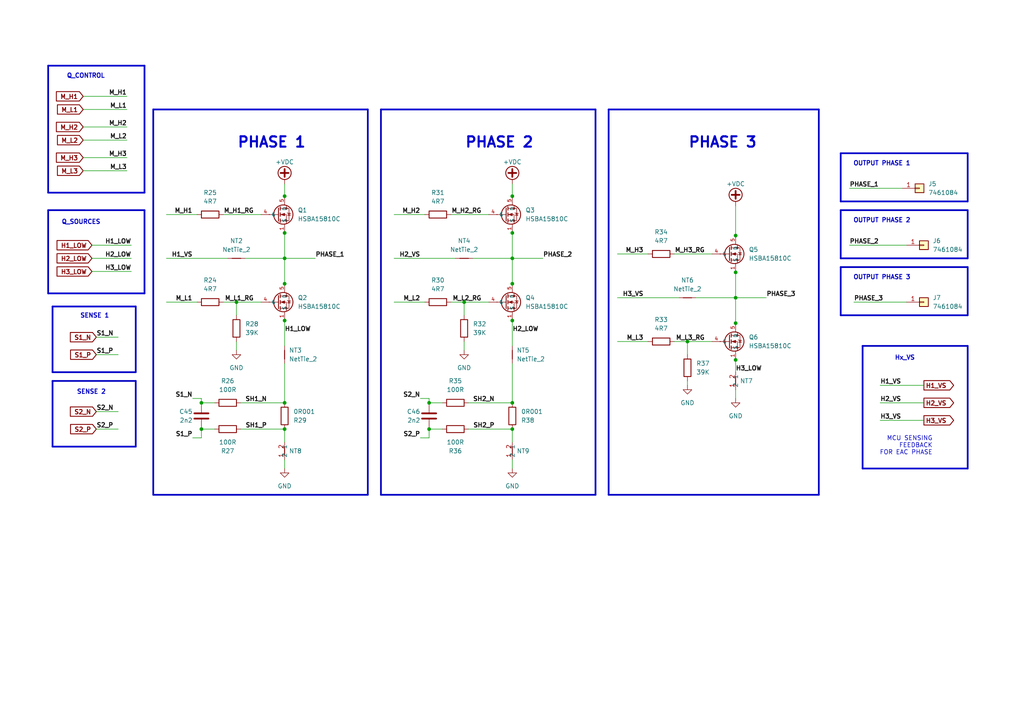
<source format=kicad_sch>
(kicad_sch (version 20231120) (generator "eeschema") (generator_version "8.0")
  (paper "A4")
  (lib_symbols
    (symbol "Connector_Generic:Conn_01x01" (pin_names (offset 1.016) hide)
      (property "Reference" "J" (at 0 2.54 0))
      (property "Value" "Conn_01x01" (at 0 -2.54 0))
      (symbol "Conn_01x01_1_1"
        (rectangle (start -1.27 0.127) (end 0 -0.127) (stroke (width 0.1524)))
        (rectangle (start -1.27 1.27) (end 1.27 -1.27) (stroke (width 0.254)) (fill (type background)))
        (pin passive line (at -5.08 0 0) (length 3.81) (name "Pin_1") (number "1"))
      )
    )
    (symbol "DF_ESC_Symbol_Library:HSBA15810C"
      (property "Reference" "Q" (at 9.144 0.508 0))
      (property "Value" "HSBA15810C" (at 0 12.7 0))
      (symbol "HSBA15810C_0_0"
        (pin passive line (at 0 -5.334 90) (length 2.54) (name "S") (number "1"))
        (pin passive line (at 0 -5.334 90) (length 2.54) hide (name "S") (number "2"))
        (pin passive line (at 0 -5.334 90) (length 2.54) hide (name "S") (number "3"))
        (pin passive line (at -6.858 0 0) (length 2.54) (name "G") (number "4"))
        (pin passive line (at 0 5.334 270) (length 2.54) (name "D") (number "5"))
        (pin passive line (at 0 5.334 270) (length 2.54) hide (name "D") (number "6"))
        (pin passive line (at 0 5.334 270) (length 2.54) hide (name "D") (number "7"))
        (pin passive line (at 0 5.334 270) (length 2.54) hide (name "D") (number "8"))
        (pin passive line (at 0 5.334 270) (length 2.54) hide (name "D") (number "9"))
      )
      (symbol "HSBA15810C_0_1"
        (circle (center -0.381 0) (radius 2.794) (stroke (width 0.254)))
        (polyline (pts (xy -1.778 0) (xy -4.572 0)))
        (polyline (pts (xy -1.778 1.905) (xy -1.778 -1.905)) (stroke (width 0.254)))
        (polyline (pts (xy -1.27 -1.27) (xy -1.27 -2.286)) (stroke (width 0.254)))
        (polyline (pts (xy -1.27 0.508) (xy -1.27 -0.508)) (stroke (width 0.254)))
        (polyline (pts (xy -1.27 2.286) (xy -1.27 1.27)) (stroke (width 0.254)))
        (polyline (pts (xy 0.508 2.54) (xy 0.508 1.778)))
        (polyline (pts (xy 0.508 -2.54) (xy 0.508 0) (xy -1.27 0)))
        (polyline (pts (xy -1.27 -1.778) (xy 1.27 -1.778) (xy 1.27 1.778) (xy -1.27 1.778)))
        (polyline (pts (xy -1.016 0) (xy 0 0.381) (xy 0 -0.381) (xy -1.016 0)) (fill (type outline)))
        (polyline (pts (xy 0.762 0.508) (xy 0.889 0.381) (xy 1.651 0.381) (xy 1.778 0.254)))
        (polyline (pts (xy 1.27 0.381) (xy 0.889 -0.254) (xy 1.651 -0.254) (xy 1.27 0.381)))
        (circle (center 0.508 -1.778) (radius 0.254) (fill (type outline)))
        (circle (center 0.508 1.778) (radius 0.254) (fill (type outline)))
      )
    )
    (symbol "DF_ESC_Symbol_Library:Net_Tie_PWR"
      (property "Reference" "NT" (at 0 2.794 0))
      (symbol "Net_Tie_PWR_0_1"
        (polyline (pts (xy -1.27 0) (xy 1.27 0)) (stroke (width 0.254)))
      )
      (symbol "Net_Tie_PWR_1_1"
        (pin passive line (at -2.54 0 0) (length 2.54) (name "1") (number "1"))
        (pin passive line (at 2.54 0 180) (length 2.54) (name "2") (number "2"))
      )
    )
    (symbol "Device:C" (pin_numbers hide) (pin_names (offset 0.254))
      (property "Reference" "C" (at 0.635 2.54 0))
      (property "Value" "C" (at 0.635 -2.54 0))
      (symbol "C_0_1"
        (polyline (pts (xy -2.032 -0.762) (xy 2.032 -0.762)) (stroke (width 0.508)))
        (polyline (pts (xy -2.032 0.762) (xy 2.032 0.762)) (stroke (width 0.508)))
      )
      (symbol "C_1_1"
        (pin passive line (at 0 3.81 270) (length 2.794) (name "~") (number "1"))
        (pin passive line (at 0 -3.81 90) (length 2.794) (name "~") (number "2"))
      )
    )
    (symbol "Device:NetTie_2" (pin_numbers hide) (pin_names (offset 0) hide) (in_bom no)
      (property "Reference" "NT" (at 0 1.27 0))
      (property "Value" "NetTie_2" (at 0 -1.27 0))
      (symbol "NetTie_2_0_1"
        (polyline (pts (xy -1.27 0) (xy 1.27 0)) (stroke (width 0.254)))
      )
      (symbol "NetTie_2_1_1"
        (pin passive line (at -2.54 0 0) (length 2.54) (name "1") (number "1"))
        (pin passive line (at 2.54 0 180) (length 2.54) (name "2") (number "2"))
      )
    )
    (symbol "Device:R" (pin_numbers hide) (pin_names (offset 0))
      (property "Reference" "R" (at 2.032 0 90))
      (property "Value" "R" (at 0 0 90))
      (symbol "R_0_1"
        (rectangle (start -1.016 -2.54) (end 1.016 2.54) (stroke (width 0.254)))
      )
      (symbol "R_1_1"
        (pin passive line (at 0 3.81 270) (length 1.27) (name "~") (number "1"))
        (pin passive line (at 0 -3.81 90) (length 1.27) (name "~") (number "2"))
      )
    )
    (symbol "power:+VDC" (power) (pin_names (offset 0))
      (property "Value" "+VDC" (at 0 6.35 0))
      (symbol "+VDC_0_1"
        (polyline (pts (xy -1.143 3.175) (xy 1.143 3.175)) (stroke (width 0.508)))
        (polyline (pts (xy 0 0) (xy 0 1.27)))
        (polyline (pts (xy 0 2.032) (xy 0 4.318)) (stroke (width 0.508)))
        (circle (center 0 3.175) (radius 1.905) (stroke (width 0.254)))
      )
      (symbol "+VDC_1_1"
        (pin power_in line (at 0 0 90) (length 0) hide (name "+VDC") (number "1"))
      )
    )
    (symbol "power:GND" (power) (pin_names (offset 0))
      (property "Value" "GND" (at 0 -3.81 0))
      (symbol "GND_0_1"
        (polyline (pts (xy 0 0) (xy 0 -1.27) (xy 1.27 -1.27) (xy 0 -2.54) (xy -1.27 -1.27) (xy 0 -1.27)))
      )
      (symbol "GND_1_1"
        (pin power_in line (at 0 0 270) (length 0) hide (name "GND") (number "1"))
      )
    )
  )
  (junction (at 82.55 67.564))
  (junction (at 124.46 116.84))
  (junction (at 148.59 116.84))
  (junction (at 199.39 99.06))
  (junction (at 82.55 82.296))
  (junction (at 124.46 124.46))
  (junction (at 148.59 74.93))
  (junction (at 213.36 78.994))
  (junction (at 148.59 56.896))
  (junction (at 82.55 124.46))
  (junction (at 148.59 124.46))
  (junction (at 58.42 116.84))
  (junction (at 213.36 86.36))
  (junction (at 68.58 87.63))
  (junction (at 213.36 68.326))
  (junction (at 82.55 92.964))
  (junction (at 58.42 124.46))
  (junction (at 134.62 87.63))
  (junction (at 82.55 74.93))
  (junction (at 82.55 56.896))
  (junction (at 213.36 93.726))
  (junction (at 82.55 116.84))
  (junction (at 213.36 104.394))
  (junction (at 148.59 67.564))
  (junction (at 148.59 82.296))
  (junction (at 148.59 92.964))
  (wire (pts (xy 58.42 116.84) (xy 62.23 116.84)))
  (wire (pts (xy 68.58 87.63) (xy 75.692 87.63)))
  (wire (pts (xy 82.55 74.93) (xy 91.44 74.93)))
  (wire (pts (xy 82.55 67.31) (xy 82.55 67.564)))
  (polyline (pts (xy 280.67 44.45) (xy 280.67 58.42)) (stroke (width 0.5)))
  (wire (pts (xy 246.38 71.12) (xy 262.89 71.12)))
  (wire (pts (xy 34.29 119.38) (xy 27.94 119.38)))
  (wire (pts (xy 213.36 113.03) (xy 213.36 115.57)))
  (wire (pts (xy 34.29 124.46) (xy 27.94 124.46)))
  (wire (pts (xy 71.12 74.93) (xy 82.55 74.93)))
  (wire (pts (xy 68.58 87.63) (xy 68.58 91.44)))
  (polyline (pts (xy 280.67 100.33) (xy 280.67 135.89)) (stroke (width 0.5)))
  (wire (pts (xy 48.26 87.63) (xy 57.15 87.63)))
  (polyline (pts (xy 39.37 110.49) (xy 15.24 110.49)) (stroke (width 0.5)))
  (polyline (pts (xy 237.49 31.75) (xy 237.49 143.51)) (stroke (width 0.5)))
  (wire (pts (xy 121.92 127) (xy 124.46 127)))
  (wire (pts (xy 148.59 105.41) (xy 148.59 116.84)))
  (wire (pts (xy 34.29 102.87) (xy 27.94 102.87)))
  (wire (pts (xy 82.55 92.964) (xy 82.55 100.33)))
  (wire (pts (xy 55.88 115.57) (xy 58.42 115.57)))
  (wire (pts (xy 69.85 116.84) (xy 82.55 116.84)))
  (wire (pts (xy 213.36 86.36) (xy 222.25 86.36)))
  (wire (pts (xy 246.38 54.61) (xy 261.62 54.61)))
  (polyline (pts (xy 39.37 110.49) (xy 39.37 129.54)) (stroke (width 0.5)))
  (polyline (pts (xy 110.49 143.51) (xy 172.72 143.51)) (stroke (width 0.5)))
  (wire (pts (xy 69.85 124.46) (xy 82.55 124.46)))
  (polyline (pts (xy 39.37 88.9) (xy 39.37 107.95)) (stroke (width 0.5)))
  (polyline (pts (xy 243.84 74.93) (xy 280.67 74.93)) (stroke (width 0.5)))
  (polyline (pts (xy 13.97 55.88) (xy 41.91 55.88)) (stroke (width 0.5)))
  (polyline (pts (xy 243.84 91.44) (xy 280.67 91.44)) (stroke (width 0.5)))
  (wire (pts (xy 179.07 99.06) (xy 187.96 99.06)))
  (wire (pts (xy 130.81 62.23) (xy 141.732 62.23)))
  (wire (pts (xy 199.39 110.49) (xy 199.39 111.76)))
  (polyline (pts (xy 15.24 129.54) (xy 39.37 129.54)) (stroke (width 0.5)))
  (wire (pts (xy 134.62 87.63) (xy 134.62 91.44)))
  (wire (pts (xy 24.13 36.83) (xy 36.83 36.83)))
  (polyline (pts (xy 13.97 85.09) (xy 13.97 60.96)) (stroke (width 0.5)))
  (wire (pts (xy 148.59 124.46) (xy 148.59 128.27)))
  (wire (pts (xy 148.59 74.93) (xy 148.59 82.296)))
  (wire (pts (xy 48.26 62.23) (xy 57.15 62.23)))
  (polyline (pts (xy 15.24 107.95) (xy 39.37 107.95)) (stroke (width 0.5)))
  (polyline (pts (xy 250.19 135.89) (xy 250.19 100.33)) (stroke (width 0.5)))
  (wire (pts (xy 82.55 124.46) (xy 82.55 128.27)))
  (wire (pts (xy 48.26 74.93) (xy 66.04 74.93)))
  (polyline (pts (xy 106.68 31.75) (xy 44.45 31.75)) (stroke (width 0.5)))
  (wire (pts (xy 135.89 116.84) (xy 148.59 116.84)))
  (polyline (pts (xy 41.91 19.05) (xy 41.91 55.88)) (stroke (width 0.5)))
  (wire (pts (xy 58.42 124.46) (xy 62.23 124.46)))
  (wire (pts (xy 64.77 87.63) (xy 68.58 87.63)))
  (wire (pts (xy 148.59 92.964) (xy 148.59 100.33)))
  (wire (pts (xy 24.13 27.94) (xy 36.83 27.94)))
  (wire (pts (xy 58.42 115.57) (xy 58.42 116.84)))
  (wire (pts (xy 114.3 62.23) (xy 123.19 62.23)))
  (wire (pts (xy 130.81 87.63) (xy 134.62 87.63)))
  (wire (pts (xy 26.67 78.74) (xy 38.1 78.74)))
  (polyline (pts (xy 243.84 58.42) (xy 243.84 44.45)) (stroke (width 0.5)))
  (wire (pts (xy 58.42 127) (xy 58.42 124.46)))
  (wire (pts (xy 195.58 73.66) (xy 206.502 73.66)))
  (wire (pts (xy 213.36 68.326) (xy 213.36 68.58)))
  (wire (pts (xy 82.55 67.564) (xy 82.55 74.93)))
  (polyline (pts (xy 44.45 143.51) (xy 44.45 31.75)) (stroke (width 0.5)))
  (wire (pts (xy 124.46 115.57) (xy 124.46 116.84)))
  (wire (pts (xy 199.39 99.06) (xy 206.502 99.06)))
  (polyline (pts (xy 15.24 129.54) (xy 15.24 110.49)) (stroke (width 0.5)))
  (polyline (pts (xy 243.84 91.44) (xy 243.84 77.47)) (stroke (width 0.5)))
  (wire (pts (xy 34.29 97.79) (xy 27.94 97.79)))
  (wire (pts (xy 148.59 67.564) (xy 148.59 74.93)))
  (wire (pts (xy 213.36 104.14) (xy 213.36 104.394)))
  (polyline (pts (xy 41.91 60.96) (xy 13.97 60.96)) (stroke (width 0.5)))
  (wire (pts (xy 213.36 93.726) (xy 213.36 93.98)))
  (wire (pts (xy 267.97 111.76) (xy 255.27 111.76)))
  (wire (pts (xy 82.55 82.296) (xy 82.55 82.55)))
  (wire (pts (xy 124.46 127) (xy 124.46 124.46)))
  (wire (pts (xy 82.55 133.35) (xy 82.55 135.89)))
  (polyline (pts (xy 172.72 31.75) (xy 110.49 31.75)) (stroke (width 0.5)))
  (wire (pts (xy 82.55 105.41) (xy 82.55 116.84)))
  (wire (pts (xy 201.93 86.36) (xy 213.36 86.36)))
  (wire (pts (xy 134.62 87.63) (xy 141.732 87.63)))
  (polyline (pts (xy 176.53 143.51) (xy 237.49 143.51)) (stroke (width 0.5)))
  (wire (pts (xy 213.36 78.994) (xy 213.36 86.36)))
  (wire (pts (xy 213.36 86.36) (xy 213.36 93.726)))
  (wire (pts (xy 82.55 53.34) (xy 82.55 56.896)))
  (polyline (pts (xy 15.24 107.95) (xy 15.24 88.9)) (stroke (width 0.5)))
  (wire (pts (xy 267.97 116.84) (xy 255.27 116.84)))
  (polyline (pts (xy 280.67 44.45) (xy 243.84 44.45)) (stroke (width 0.5)))
  (polyline (pts (xy 250.19 135.89) (xy 280.67 135.89)) (stroke (width 0.5)))
  (wire (pts (xy 24.13 31.75) (xy 36.83 31.75)))
  (wire (pts (xy 179.07 86.36) (xy 196.85 86.36)))
  (polyline (pts (xy 41.91 19.05) (xy 13.97 19.05)) (stroke (width 0.5)))
  (wire (pts (xy 148.59 82.296) (xy 148.59 82.55)))
  (wire (pts (xy 55.88 127) (xy 58.42 127)))
  (polyline (pts (xy 44.45 143.51) (xy 106.68 143.51)) (stroke (width 0.5)))
  (polyline (pts (xy 13.97 55.88) (xy 13.97 19.05)) (stroke (width 0.5)))
  (wire (pts (xy 195.58 99.06) (xy 199.39 99.06)))
  (wire (pts (xy 267.97 121.92) (xy 255.27 121.92)))
  (polyline (pts (xy 243.84 74.93) (xy 243.84 60.96)) (stroke (width 0.5)))
  (wire (pts (xy 148.59 67.31) (xy 148.59 67.564)))
  (wire (pts (xy 213.36 104.394) (xy 213.36 107.95)))
  (wire (pts (xy 137.16 74.93) (xy 148.59 74.93)))
  (wire (pts (xy 68.58 99.06) (xy 68.58 101.6)))
  (wire (pts (xy 179.07 73.66) (xy 187.96 73.66)))
  (wire (pts (xy 199.39 99.06) (xy 199.39 102.87)))
  (wire (pts (xy 148.59 92.71) (xy 148.59 92.964)))
  (wire (pts (xy 148.59 74.93) (xy 157.48 74.93)))
  (wire (pts (xy 114.3 74.93) (xy 132.08 74.93)))
  (polyline (pts (xy 172.72 31.75) (xy 172.72 143.51)) (stroke (width 0.5)))
  (wire (pts (xy 26.67 74.93) (xy 38.1 74.93)))
  (wire (pts (xy 135.89 124.46) (xy 148.59 124.46)))
  (wire (pts (xy 124.46 116.84) (xy 128.27 116.84)))
  (polyline (pts (xy 280.67 60.96) (xy 280.67 74.93)) (stroke (width 0.5)))
  (wire (pts (xy 64.77 62.23) (xy 75.692 62.23)))
  (wire (pts (xy 134.62 99.06) (xy 134.62 101.6)))
  (wire (pts (xy 82.55 56.896) (xy 82.55 57.15)))
  (wire (pts (xy 24.13 40.64) (xy 36.83 40.64)))
  (wire (pts (xy 213.36 59.69) (xy 213.36 68.326)))
  (polyline (pts (xy 39.37 88.9) (xy 15.24 88.9)) (stroke (width 0.5)))
  (wire (pts (xy 213.36 78.74) (xy 213.36 78.994)))
  (wire (pts (xy 148.59 53.34) (xy 148.59 56.896)))
  (wire (pts (xy 124.46 124.46) (xy 128.27 124.46)))
  (wire (pts (xy 82.55 74.93) (xy 82.55 82.296)))
  (polyline (pts (xy 280.67 77.47) (xy 243.84 77.47)) (stroke (width 0.5)))
  (wire (pts (xy 24.13 45.72) (xy 36.83 45.72)))
  (polyline (pts (xy 106.68 31.75) (xy 106.68 143.51)) (stroke (width 0.5)))
  (wire (pts (xy 24.13 49.53) (xy 36.83 49.53)))
  (wire (pts (xy 26.67 71.12) (xy 38.1 71.12)))
  (polyline (pts (xy 110.49 143.51) (xy 110.49 31.75)) (stroke (width 0.5)))
  (polyline (pts (xy 41.91 60.96) (xy 41.91 85.09)) (stroke (width 0.5)))
  (wire (pts (xy 148.59 133.35) (xy 148.59 135.89)))
  (wire (pts (xy 247.65 87.63) (xy 262.89 87.63)))
  (polyline (pts (xy 280.67 60.96) (xy 243.84 60.96)) (stroke (width 0.5)))
  (polyline (pts (xy 13.97 85.09) (xy 41.91 85.09)) (stroke (width 0.5)))
  (wire (pts (xy 148.59 56.896) (xy 148.59 57.15)))
  (polyline (pts (xy 243.84 58.42) (xy 280.67 58.42)) (stroke (width 0.5)))
  (polyline (pts (xy 176.53 143.51) (xy 176.53 31.75)) (stroke (width 0.5)))
  (polyline (pts (xy 237.49 31.75) (xy 176.53 31.75)) (stroke (width 0.5)))
  (wire (pts (xy 82.55 92.71) (xy 82.55 92.964)))
  (polyline (pts (xy 280.67 100.33) (xy 250.19 100.33)) (stroke (width 0.5)))
  (polyline (pts (xy 280.67 77.47) (xy 280.67 91.44)) (stroke (width 0.5)))
  (wire (pts (xy 121.92 115.57) (xy 124.46 115.57)))
  (wire (pts (xy 114.3 87.63) (xy 123.19 87.63)))
  (text "OUTPUT PHASE 1\n" (at 264.16 48.26 0) (effects (font (size 1.27 1.27) (bold yes)) (justify right bottom)))
  (text "Q_SOURCES\n\n" (at 29.21 67.31 0) (effects (font (size 1.27 1.27) (bold yes)) (justify right bottom)))
  (text "PHASE 1" (at 88.9 43.18 0) (effects (font (size 3 3) (bold yes)) (justify right bottom)))
  (text "PHASE 2" (at 154.94 43.18 0) (effects (font (size 3 3) (bold yes)) (justify right bottom)))
  (text "OUTPUT PHASE 3\n" (at 264.16 81.28 0) (effects (font (size 1.27 1.27) (bold yes)) (justify right bottom)))
  (text "Hx_VS\n\n" (at 265.43 106.68 0) (effects (font (size 1.27 1.27) (bold yes)) (justify right bottom)))
  (text "SENSE 1\n\n\n" (at 31.75 96.52 0) (effects (font (size 1.27 1.27) (bold yes)) (justify right bottom)))
  (text "Q_CONTROL\n" (at 30.48 22.86 0) (effects (font (size 1.27 1.27) (bold yes)) (justify right bottom)))
  (text "SENSE 2 \n\n\n\n" (at 31.75 120.65 0) (effects (font (size 1.27 1.27) (bold yes)) (justify right bottom)))
  (text "OUTPUT PHASE 2" (at 264.16 64.77 0) (effects (font (size 1.27 1.27) (bold yes)) (justify right bottom)))
  (text "MCU SENSING\nFEEDBACK\nFOR EAC PHASE" (at 270.51 132.08 0) (effects (font (size 1.27 1.27)) (justify right bottom)))
  (text "PHASE 3" (at 219.71 43.18 0) (effects (font (size 3 3) (bold yes)) (justify right bottom)))
  (label "M_L2" (at 121.92 87.63 180) (effects (font (bold yes))))
  (label "M_L3_RG" (at 204.47 99.06 180) (effects (font (bold yes))))
  (label "SH2_P" (at 143.51 124.46 180) (effects (font (bold yes))))
  (label "PHASE_2" (at 246.38 71.12 0) (effects (font (bold yes))))
  (label "S2_N" (at 121.92 115.57 180) (effects (font (bold yes))))
  (label "PHASE_1" (at 246.38 54.61 0) (effects (font (bold yes))))
  (label "M_L1" (at 55.88 87.63 180) (effects (font (bold yes))))
  (label "M_H2" (at 121.92 62.23 180) (effects (font (bold yes))))
  (label "S1_N" (at 55.88 115.57 180) (effects (font (bold yes))))
  (label "SH2_N" (at 143.51 116.84 180) (effects (font (bold yes))))
  (label "PHASE_3" (at 247.65 87.63 0) (effects (font (bold yes))))
  (label "M_H1" (at 55.88 62.23 180) (effects (font (bold yes))))
  (label "H1_LOW" (at 82.55 96.52 0) (effects (font (bold yes))))
  (label "S2_P" (at 27.94 124.46 0) (effects (font (bold yes))))
  (label "H1_LOW" (at 38.1 71.12 180) (effects (font (bold yes))))
  (label "M_H1" (at 36.83 27.94 180) (effects (font (bold yes))))
  (label "S1_P" (at 27.94 102.87 0) (effects (font (bold yes))))
  (label "M_L3" (at 186.69 99.06 180) (effects (font (bold yes))))
  (label "M_L1" (at 36.83 31.75 180) (effects (font (bold yes))))
  (label "M_L2_RG" (at 139.7 87.63 180) (effects (font (bold yes))))
  (label "H2_LOW" (at 38.1 74.93 180) (effects (font (bold yes))))
  (label "H3_LOW" (at 213.36 107.95 0) (effects (font (bold yes))))
  (label "S2_P" (at 121.92 127 180) (effects (font (bold yes))))
  (label "H3_LOW" (at 38.1 78.74 180) (effects (font (bold yes))))
  (label "PHASE_3" (at 222.25 86.36 0) (effects (font (thickness 0.254) (bold yes))))
  (label "M_H3_RG" (at 204.47 73.66 180) (effects (font (bold yes))))
  (label "M_L1_RG" (at 73.66 87.63 180) (effects (font (bold yes))))
  (label "SH1_N" (at 77.47 116.84 180) (effects (font (bold yes))))
  (label "H1_VS" (at 255.27 111.76 0) (effects (font (bold yes))))
  (label "H2_LOW" (at 148.59 96.52 0) (effects (font (bold yes))))
  (label "H3_VS" (at 186.69 86.36 180) (effects (font (bold yes))))
  (label "M_H3" (at 186.69 73.66 180) (effects (font (bold yes))))
  (label "M_L3" (at 36.83 49.53 180) (effects (font (bold yes))))
  (label "M_H2" (at 36.83 36.83 180) (effects (font (bold yes))))
  (label "H2_VS" (at 121.92 74.93 180) (effects (font (bold yes))))
  (label "PHASE_1" (at 91.44 74.93 0) (effects (font (thickness 0.254) (bold yes))))
  (label "SH1_P" (at 77.47 124.46 180) (effects (font (bold yes))))
  (label "M_H2_RG" (at 139.7 62.23 180) (effects (font (bold yes))))
  (label "PHASE_2" (at 157.48 74.93 0) (effects (font (thickness 0.254) (bold yes))))
  (label "H2_VS" (at 255.27 116.84 0) (effects (font (bold yes))))
  (label "S1_P" (at 55.88 127 180) (effects (font (bold yes))))
  (label "M_L2" (at 36.83 40.64 180) (effects (font (bold yes))))
  (label "S2_N" (at 27.94 119.38 0) (effects (font (bold yes))))
  (label "M_H1_RG" (at 73.66 62.23 180) (effects (font (bold yes))))
  (label "S1_N" (at 27.94 97.79 0) (effects (font (bold yes))))
  (label "H1_VS" (at 55.88 74.93 180) (effects (font (bold yes))))
  (label "H3_VS" (at 255.27 121.92 0) (effects (font (bold yes))))
  (label "M_H3" (at 36.83 45.72 180) (effects (font (bold yes))))
  (global_label "M_H2" (shape input) (at 24.13 36.83 180) (effects (font (bold yes))) (property "Intersheetrefs" "${INTERSHEET_REFS}" (effects (hide yes))))
  (global_label "M_H1" (shape input) (at 24.13 27.94 180) (effects (font (bold yes))) (property "Intersheetrefs" "${INTERSHEET_REFS}" (effects (hide yes))))
  (global_label "M_L3" (shape input) (at 24.13 49.53 180) (effects (font (bold yes))) (property "Intersheetrefs" "${INTERSHEET_REFS}" (effects (hide yes))))
  (global_label "H2_LOW" (shape input) (at 26.67 74.93 180) (effects (font (bold yes))) (property "Intersheetrefs" "${INTERSHEET_REFS}" (effects (hide yes))))
  (global_label "M_L2" (shape input) (at 24.13 40.64 180) (effects (font (bold yes))) (property "Intersheetrefs" "${INTERSHEET_REFS}" (effects (hide yes))))
  (global_label "S1_N" (shape input) (at 27.94 97.79 180) (effects (font (bold yes))) (property "Intersheetrefs" "${INTERSHEET_REFS}" (effects (hide yes))))
  (global_label "M_H3" (shape input) (at 24.13 45.72 180) (effects (font (bold yes))) (property "Intersheetrefs" "${INTERSHEET_REFS}" (effects (hide yes))))
  (global_label "S1_P" (shape input) (at 27.94 102.87 180) (effects (font (bold yes))) (property "Intersheetrefs" "${INTERSHEET_REFS}" (effects (hide yes))))
  (global_label "S2_N" (shape input) (at 27.94 119.38 180) (effects (font (bold yes))) (property "Intersheetrefs" "${INTERSHEET_REFS}" (effects (hide yes))))
  (global_label "H1_LOW" (shape input) (at 26.67 71.12 180) (effects (font (bold yes))) (property "Intersheetrefs" "${INTERSHEET_REFS}" (effects (hide yes))))
  (global_label "H3_VS" (shape output) (at 267.97 121.92 0) (effects (font (bold yes))) (property "Intersheetrefs" "${INTERSHEET_REFS}" (effects (hide yes))))
  (global_label "H3_LOW" (shape input) (at 26.67 78.74 180) (effects (font (bold yes))) (property "Intersheetrefs" "${INTERSHEET_REFS}" (effects (hide yes))))
  (global_label "S2_P" (shape input) (at 27.94 124.46 180) (effects (font (bold yes))) (property "Intersheetrefs" "${INTERSHEET_REFS}" (effects (hide yes))))
  (global_label "H1_VS" (shape output) (at 267.97 111.76 0) (effects (font (bold yes))) (property "Intersheetrefs" "${INTERSHEET_REFS}" (effects (hide yes))))
  (global_label "H2_VS" (shape output) (at 267.97 116.84 0) (effects (font (bold yes))) (property "Intersheetrefs" "${INTERSHEET_REFS}" (effects (hide yes))))
  (global_label "M_L1" (shape input) (at 24.13 31.75 180) (effects (font (bold yes))) (property "Intersheetrefs" "${INTERSHEET_REFS}" (effects (hide yes))))
  (symbol (lib_id "Device:R") (at 82.55 120.65 0) (mirror x) (unit 1)
    (property "Reference" "R29" (at 85.09 121.92 0) (effects (justify left)))
    (property "Value" "0R001" (at 85.09 119.38 0) (effects (justify left)))
    (property "Footprint" "DF_ESC_Footprint_Library:RES-SMD_L7.0-W6.7" (effects (hide yes)))
  )
  (symbol (lib_id "DF_ESC_Symbol_Library:HSBA15810C") (at 213.36 99.06 0) (unit 1)
    (property "Reference" "Q6" (at 217.17 97.79 0) (effects (justify left)))
    (property "Value" "HSBA15810C" (at 217.17 100.33 0) (effects (justify left)))
    (property "Footprint" "DF_ESC_Footprint_Library:PQFN-8_L6.0-W5.0-P1.27-LS6.0-BL" (effects (hide yes)))
    (property "Datasheet" "https://item.szlcsc.com/113566.html" (effects (hide yes)))
    (property "LCSC" "C845605" (effects (hide yes)))
  )
  (symbol (lib_id "Device:R") (at 127 62.23 90) (unit 1)
    (property "Reference" "R31" (at 127 55.88 90))
    (property "Value" "4R7" (at 127 58.42 90))
    (property "Footprint" "Resistor_SMD:R_0603_1608Metric_Pad0.98x0.95mm_HandSolder" (effects (hide yes)))
  )
  (symbol (lib_id "power:GND") (at 199.39 111.76 0) (unit 1)
    (property "Reference" "#PWR052" (effects (hide yes)))
    (property "Value" "GND" (at 199.39 116.84 0))
  )
  (symbol (lib_id "Device:R") (at 191.77 99.06 90) (unit 1)
    (property "Reference" "R33" (at 191.77 92.71 90))
    (property "Value" "4R7" (at 191.77 95.25 90))
    (property "Footprint" "Resistor_SMD:R_0603_1608Metric_Pad0.98x0.95mm_HandSolder" (effects (hide yes)))
  )
  (symbol (lib_id "Device:NetTie_2") (at 82.55 102.87 90) (unit 1) (in_bom no)
    (property "Reference" "NT3" (at 83.82 101.6 90) (effects (justify right)))
    (property "Value" "NetTie_2" (at 83.82 104.14 90) (effects (justify right)))
    (property "Footprint" "DF_ESC_Footprint_Library:NetTie_SMD_Pad_3.00mm" (effects (hide yes)))
  )
  (symbol (lib_id "Device:R") (at 66.04 116.84 90) (unit 1)
    (property "Reference" "R26" (at 66.04 110.49 90))
    (property "Value" "100R" (at 66.04 113.03 90))
    (property "Footprint" "Resistor_SMD:R_0603_1608Metric_Pad0.98x0.95mm_HandSolder" (effects (hide yes)))
  )
  (symbol (lib_id "power:GND") (at 134.62 101.6 0) (unit 1)
    (property "Reference" "#PWR049" (effects (hide yes)))
    (property "Value" "GND" (at 134.62 106.68 0))
  )
  (symbol (lib_id "power:+VDC") (at 148.59 53.34 0) (unit 1)
    (property "Reference" "#PWR050" (effects (hide yes)))
    (property "Value" "+VDC" (at 148.59 46.99 0))
  )
  (symbol (lib_id "power:+VDC") (at 82.55 53.34 0) (unit 1)
    (property "Reference" "#PWR047" (effects (hide yes)))
    (property "Value" "+VDC" (at 82.55 46.99 0))
  )
  (symbol (lib_id "power:GND") (at 148.59 135.89 0) (unit 1)
    (property "Reference" "#PWR010" (effects (hide yes)))
    (property "Value" "GND" (at 148.59 140.97 0))
  )
  (symbol (lib_id "Device:R") (at 148.59 120.65 0) (mirror x) (unit 1)
    (property "Reference" "R38" (at 151.13 121.92 0) (effects (justify left)))
    (property "Value" "0R001" (at 151.13 119.38 0) (effects (justify left)))
    (property "Footprint" "DF_ESC_Footprint_Library:RES-SMD_L7.0-W6.7" (effects (hide yes)))
  )
  (symbol (lib_id "Device:R") (at 132.08 116.84 90) (unit 1)
    (property "Reference" "R35" (at 132.08 110.49 90))
    (property "Value" "100R" (at 132.08 113.03 90))
    (property "Footprint" "Resistor_SMD:R_0603_1608Metric_Pad0.98x0.95mm_HandSolder" (effects (hide yes)))
  )
  (symbol (lib_id "Device:NetTie_2") (at 134.62 74.93 0) (unit 1) (in_bom no)
    (property "Reference" "NT4" (at 134.62 69.85 0))
    (property "Value" "NetTie_2" (at 134.62 72.39 0))
    (property "Footprint" "NetTie:NetTie-2_SMD_Pad0.5mm" (effects (hide yes)))
  )
  (symbol (lib_id "Device:R") (at 60.96 62.23 90) (unit 1)
    (property "Reference" "R25" (at 60.96 55.88 90))
    (property "Value" "4R7" (at 60.96 58.42 90))
    (property "Footprint" "Resistor_SMD:R_0603_1608Metric_Pad0.98x0.95mm_HandSolder" (effects (hide yes)))
  )
  (symbol (lib_id "Device:R") (at 68.58 95.25 180) (unit 1)
    (property "Reference" "R28" (at 71.12 93.98 0) (effects (justify right)))
    (property "Value" "39K" (at 71.12 96.52 0) (effects (justify right)))
    (property "Footprint" "Resistor_SMD:R_0603_1608Metric_Pad0.98x0.95mm_HandSolder" (effects (hide yes)))
  )
  (symbol (lib_id "DF_ESC_Symbol_Library:Net_Tie_PWR") (at 82.55 130.81 90) (unit 1)
    (property "Reference" "NT8" (at 83.82 130.81 90) (effects (justify right)))
    (property "Value" "Net_Tie_PWR" (effects (hide yes)))
    (property "Footprint" "DF_ESC_Footprint_Library:NetTie_SMD_Pad_6.00mm" (effects (hide yes)))
  )
  (symbol (lib_id "Device:R") (at 66.04 124.46 90) (mirror x) (unit 1)
    (property "Reference" "R27" (at 66.04 130.81 90))
    (property "Value" "100R" (at 66.04 128.27 90))
    (property "Footprint" "Resistor_SMD:R_0603_1608Metric_Pad0.98x0.95mm_HandSolder" (effects (hide yes)))
  )
  (symbol (lib_id "DF_ESC_Symbol_Library:Net_Tie_PWR") (at 148.59 130.81 90) (unit 1)
    (property "Reference" "NT9" (at 149.86 130.81 90) (effects (justify right)))
    (property "Value" "Net_Tie_PWR" (effects (hide yes)))
    (property "Footprint" "DF_ESC_Footprint_Library:NetTie_SMD_Pad_6.00mm" (effects (hide yes)))
  )
  (symbol (lib_id "Device:R") (at 199.39 106.68 180) (unit 1)
    (property "Reference" "R37" (at 201.93 105.4099 0) (effects (justify right)))
    (property "Value" "39K" (at 201.93 107.9499 0) (effects (justify right)))
    (property "Footprint" "Resistor_SMD:R_0603_1608Metric_Pad0.98x0.95mm_HandSolder" (effects (hide yes)))
  )
  (symbol (lib_id "DF_ESC_Symbol_Library:HSBA15810C") (at 148.59 87.63 0) (unit 1)
    (property "Reference" "Q4" (at 152.4 86.36 0) (effects (justify left)))
    (property "Value" "HSBA15810C" (at 152.4 88.9 0) (effects (justify left)))
    (property "Footprint" "DF_ESC_Footprint_Library:PQFN-8_L6.0-W5.0-P1.27-LS6.0-BL" (effects (hide yes)))
    (property "Datasheet" "https://item.szlcsc.com/113566.html" (effects (hide yes)))
    (property "LCSC" "C845605" (effects (hide yes)))
  )
  (symbol (lib_id "Device:NetTie_2") (at 68.58 74.93 0) (unit 1) (in_bom no)
    (property "Reference" "NT2" (at 68.58 69.85 0))
    (property "Value" "NetTie_2" (at 68.58 72.39 0))
    (property "Footprint" "NetTie:NetTie-2_SMD_Pad0.5mm" (effects (hide yes)))
  )
  (symbol (lib_id "Device:R") (at 132.08 124.46 90) (mirror x) (unit 1)
    (property "Reference" "R36" (at 132.08 130.81 90))
    (property "Value" "100R" (at 132.08 128.27 90))
    (property "Footprint" "Resistor_SMD:R_0603_1608Metric_Pad0.98x0.95mm_HandSolder" (effects (hide yes)))
  )
  (symbol (lib_id "power:GND") (at 213.36 115.57 0) (unit 1)
    (property "Reference" "#PWR011" (effects (hide yes)))
    (property "Value" "GND" (at 213.36 120.65 0))
  )
  (symbol (lib_id "Device:R") (at 191.77 73.66 90) (unit 1)
    (property "Reference" "R34" (at 191.77 67.31 90))
    (property "Value" "4R7" (at 191.77 69.85 90))
    (property "Footprint" "Resistor_SMD:R_0603_1608Metric_Pad0.98x0.95mm_HandSolder" (effects (hide yes)))
  )
  (symbol (lib_id "power:+VDC") (at 213.36 59.69 0) (unit 1)
    (property "Reference" "#PWR053" (effects (hide yes)))
    (property "Value" "+VDC" (at 213.36 53.34 0))
  )
  (symbol (lib_id "Device:R") (at 60.96 87.63 90) (unit 1)
    (property "Reference" "R24" (at 60.96 81.28 90))
    (property "Value" "4R7" (at 60.96 83.82 90))
    (property "Footprint" "Resistor_SMD:R_0603_1608Metric_Pad0.98x0.95mm_HandSolder" (effects (hide yes)))
  )
  (symbol (lib_id "DF_ESC_Symbol_Library:Net_Tie_PWR") (at 213.36 110.49 90) (unit 1)
    (property "Reference" "NT7" (at 214.63 110.49 90) (effects (justify right)))
    (property "Value" "Net_Tie_PWR" (effects (hide yes)))
    (property "Footprint" "DF_ESC_Footprint_Library:NetTie_SMD_Pad_6.00mm" (effects (hide yes)))
  )
  (symbol (lib_id "power:GND") (at 68.58 101.6 0) (unit 1)
    (property "Reference" "#PWR046" (effects (hide yes)))
    (property "Value" "GND" (at 68.58 106.68 0))
  )
  (symbol (lib_id "Connector_Generic:Conn_01x01") (at 267.97 71.12 0) (unit 1)
    (property "Reference" "J6" (at 270.51 69.8499 0) (effects (justify left)))
    (property "Value" "7461084" (at 270.51 72.3899 0) (effects (justify left)))
    (property "Footprint" "7461084:WE_7461084" (effects (hide yes)))
  )
  (symbol (lib_id "Device:R") (at 127 87.63 90) (unit 1)
    (property "Reference" "R30" (at 127 81.28 90))
    (property "Value" "4R7" (at 127 83.82 90))
    (property "Footprint" "Resistor_SMD:R_0603_1608Metric_Pad0.98x0.95mm_HandSolder" (effects (hide yes)))
  )
  (symbol (lib_id "Device:R") (at 134.62 95.25 180) (unit 1)
    (property "Reference" "R32" (at 137.16 93.9799 0) (effects (justify right)))
    (property "Value" "39K" (at 137.16 96.5199 0) (effects (justify right)))
    (property "Footprint" "Resistor_SMD:R_0603_1608Metric_Pad0.98x0.95mm_HandSolder" (effects (hide yes)))
  )
  (symbol (lib_id "DF_ESC_Symbol_Library:HSBA15810C") (at 148.59 62.23 0) (unit 1)
    (property "Reference" "Q3" (at 152.4 60.96 0) (effects (justify left)))
    (property "Value" "HSBA15810C" (at 152.4 63.5 0) (effects (justify left)))
    (property "Footprint" "DF_ESC_Footprint_Library:PQFN-8_L6.0-W5.0-P1.27-LS6.0-BL" (effects (hide yes)))
    (property "Datasheet" "https://item.szlcsc.com/113566.html" (effects (hide yes)))
    (property "LCSC" "C845605" (effects (hide yes)))
  )
  (symbol (lib_id "Device:C") (at 58.42 120.65 0) (mirror y) (unit 1)
    (property "Reference" "C45" (at 55.88 119.38 0) (effects (justify left)))
    (property "Value" "2n2" (at 55.88 121.92 0) (effects (justify left)))
    (property "Footprint" "Capacitor_SMD:C_0603_1608Metric" (effects (hide yes)))
  )
  (symbol (lib_id "Connector_Generic:Conn_01x01") (at 267.97 87.63 0) (unit 1)
    (property "Reference" "J7" (at 270.51 86.3599 0) (effects (justify left)))
    (property "Value" "7461084" (at 270.51 88.8999 0) (effects (justify left)))
    (property "Footprint" "7461084:WE_7461084" (effects (hide yes)))
  )
  (symbol (lib_id "DF_ESC_Symbol_Library:HSBA15810C") (at 82.55 62.23 0) (unit 1)
    (property "Reference" "Q1" (at 86.36 60.96 0) (effects (justify left)))
    (property "Value" "HSBA15810C" (at 86.36 63.5 0) (effects (justify left)))
    (property "Footprint" "DF_ESC_Footprint_Library:PQFN-8_L6.0-W5.0-P1.27-LS6.0-BL" (effects (hide yes)))
    (property "Datasheet" "https://item.szlcsc.com/113566.html" (effects (hide yes)))
    (property "LCSC" "C845605" (effects (hide yes)))
  )
  (symbol (lib_id "Device:C") (at 124.46 120.65 0) (mirror y) (unit 1)
    (property "Reference" "C46" (at 121.92 119.38 0) (effects (justify left)))
    (property "Value" "2n2" (at 121.92 121.92 0) (effects (justify left)))
    (property "Footprint" "Capacitor_SMD:C_0603_1608Metric" (effects (hide yes)))
  )
  (symbol (lib_id "Device:NetTie_2") (at 148.59 102.87 90) (unit 1) (in_bom no)
    (property "Reference" "NT5" (at 149.86 101.6 90) (effects (justify right)))
    (property "Value" "NetTie_2" (at 149.86 104.14 90) (effects (justify right)))
    (property "Footprint" "DF_ESC_Footprint_Library:NetTie_SMD_Pad_3.00mm" (effects (hide yes)))
  )
  (symbol (lib_id "Device:NetTie_2") (at 199.39 86.36 0) (unit 1) (in_bom no)
    (property "Reference" "NT6" (at 199.39 81.28 0))
    (property "Value" "NetTie_2" (at 199.39 83.82 0))
    (property "Footprint" "NetTie:NetTie-2_SMD_Pad0.5mm" (effects (hide yes)))
  )
  (symbol (lib_id "power:GND") (at 82.55 135.89 0) (unit 1)
    (property "Reference" "#PWR048" (effects (hide yes)))
    (property "Value" "GND" (at 82.55 140.97 0))
  )
  (symbol (lib_id "DF_ESC_Symbol_Library:HSBA15810C") (at 82.55 87.63 0) (unit 1)
    (property "Reference" "Q2" (at 86.36 86.36 0) (effects (justify left)))
    (property "Value" "HSBA15810C" (at 86.36 88.9 0) (effects (justify left)))
    (property "Footprint" "DF_ESC_Footprint_Library:PQFN-8_L6.0-W5.0-P1.27-LS6.0-BL" (effects (hide yes)))
    (property "Datasheet" "https://item.szlcsc.com/113566.html" (effects (hide yes)))
    (property "LCSC" "C845605" (effects (hide yes)))
  )
  (symbol (lib_id "DF_ESC_Symbol_Library:HSBA15810C") (at 213.36 73.66 0) (unit 1)
    (property "Reference" "Q5" (at 217.17 72.39 0) (effects (justify left)))
    (property "Value" "HSBA15810C" (at 217.17 74.93 0) (effects (justify left)))
    (property "Footprint" "DF_ESC_Footprint_Library:PQFN-8_L6.0-W5.0-P1.27-LS6.0-BL" (effects (hide yes)))
    (property "Datasheet" "https://item.szlcsc.com/113566.html" (effects (hide yes)))
    (property "LCSC" "C845605" (effects (hide yes)))
  )
  (symbol (lib_id "Connector_Generic:Conn_01x01") (at 266.7 54.61 0) (unit 1)
    (property "Reference" "J5" (at 269.24 53.3399 0) (effects (justify left)))
    (property "Value" "7461084" (at 269.24 55.8799 0) (effects (justify left)))
    (property "Footprint" "7461084:WE_7461084" (effects (hide yes)))
  )
)
</source>
